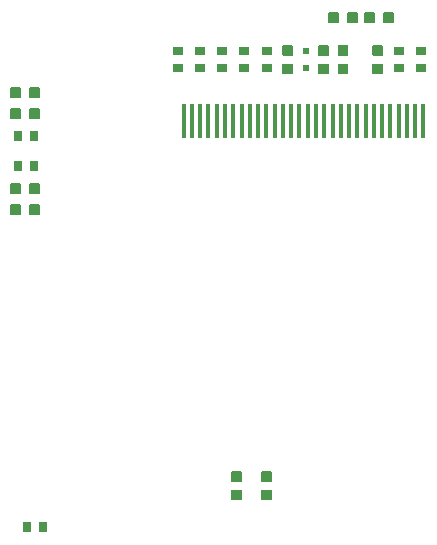
<source format=gbp>
G04*
G04 #@! TF.GenerationSoftware,Altium Limited,Altium Designer,22.11.1 (43)*
G04*
G04 Layer_Color=128*
%FSLAX44Y44*%
%MOMM*%
G71*
G04*
G04 #@! TF.SameCoordinates,30CB15ED-5B5F-4030-944F-8374E8F7CEFA*
G04*
G04*
G04 #@! TF.FilePolarity,Positive*
G04*
G01*
G75*
%ADD15R,0.8640X0.8065*%
%ADD16R,0.9000X0.8000*%
%ADD22R,0.8065X0.8640*%
%ADD24R,0.8000X0.9000*%
%ADD63R,0.3505X3.0000*%
%ADD64R,0.4826X0.6096*%
G36*
X-432050Y149250D02*
Y141250D01*
X-432550Y140750D01*
X-440550D01*
X-441050Y141250D01*
Y143530D01*
X-437350D01*
Y146830D01*
X-441050D01*
Y149250D01*
X-440550Y149750D01*
X-432550D01*
X-432050Y149250D01*
D02*
G37*
G36*
X-448050D02*
Y146830D01*
X-451850D01*
Y143530D01*
X-448050D01*
Y141250D01*
X-448550Y140750D01*
X-456450D01*
X-456950Y141250D01*
Y149250D01*
X-456450Y149750D01*
X-448550D01*
X-448050Y149250D01*
D02*
G37*
G36*
X-235530Y-76480D02*
Y-84480D01*
X-236030Y-84980D01*
X-238310D01*
Y-81280D01*
X-241610D01*
Y-84980D01*
X-244030D01*
X-244530Y-84480D01*
Y-76480D01*
X-244030Y-75980D01*
X-236030D01*
X-235530Y-76480D01*
D02*
G37*
G36*
X-260930D02*
Y-84480D01*
X-261430Y-84980D01*
X-263710D01*
Y-81280D01*
X-267010D01*
Y-84980D01*
X-269430D01*
X-269930Y-84480D01*
Y-76480D01*
X-269430Y-75980D01*
X-261430D01*
X-260930Y-76480D01*
D02*
G37*
G36*
X-235530Y-92480D02*
Y-100380D01*
X-236030Y-100880D01*
X-244030D01*
X-244530Y-100380D01*
Y-92480D01*
X-244030Y-91980D01*
X-241610D01*
Y-95780D01*
X-238310D01*
Y-91980D01*
X-236030D01*
X-235530Y-92480D01*
D02*
G37*
G36*
X-260930D02*
Y-100380D01*
X-261430Y-100880D01*
X-269430D01*
X-269930Y-100380D01*
Y-92480D01*
X-269430Y-91980D01*
X-267010D01*
Y-95780D01*
X-263710D01*
Y-91980D01*
X-261430D01*
X-260930Y-92480D01*
D02*
G37*
G36*
X-432050Y248310D02*
Y240310D01*
X-432550Y239810D01*
X-440550D01*
X-441050Y240310D01*
Y242590D01*
X-437350D01*
Y245890D01*
X-441050D01*
Y248310D01*
X-440550Y248810D01*
X-432550D01*
X-432050Y248310D01*
D02*
G37*
G36*
X-448050D02*
Y245890D01*
X-451850D01*
Y242590D01*
X-448050D01*
Y240310D01*
X-448550Y239810D01*
X-456450D01*
X-456950Y240310D01*
Y248310D01*
X-456450Y248810D01*
X-448550D01*
X-448050Y248310D01*
D02*
G37*
G36*
X-432050Y230530D02*
Y222530D01*
X-432550Y222030D01*
X-440450D01*
X-440950Y222530D01*
Y224950D01*
X-437150D01*
Y228250D01*
X-440950D01*
Y230530D01*
X-440450Y231030D01*
X-432550D01*
X-432050Y230530D01*
D02*
G37*
G36*
X-447950D02*
Y228250D01*
X-451650D01*
Y224950D01*
X-447950D01*
Y222530D01*
X-448450Y222030D01*
X-456450D01*
X-456950Y222530D01*
Y230530D01*
X-456450Y231030D01*
X-448450D01*
X-447950Y230530D01*
D02*
G37*
G36*
X-432050Y167030D02*
Y159030D01*
X-432550Y158530D01*
X-440450D01*
X-440950Y159030D01*
Y161450D01*
X-437150D01*
Y164750D01*
X-440950D01*
Y167030D01*
X-440450Y167530D01*
X-432550D01*
X-432050Y167030D01*
D02*
G37*
G36*
X-447950D02*
Y164750D01*
X-451650D01*
Y161450D01*
X-447950D01*
Y159030D01*
X-448450Y158530D01*
X-456450D01*
X-456950Y159030D01*
Y167030D01*
X-456450Y167530D01*
X-448450D01*
X-447950Y167030D01*
D02*
G37*
G36*
X-132330Y311810D02*
Y303810D01*
X-132830Y303310D01*
X-140830D01*
X-141330Y303810D01*
Y306090D01*
X-137630D01*
Y309390D01*
X-141330D01*
Y311810D01*
X-140830Y312310D01*
X-132830D01*
X-132330Y311810D01*
D02*
G37*
G36*
X-148330D02*
Y309390D01*
X-152130D01*
Y306090D01*
X-148330D01*
Y303810D01*
X-148830Y303310D01*
X-156730D01*
X-157230Y303810D01*
Y311810D01*
X-156730Y312310D01*
X-148830D01*
X-148330Y311810D01*
D02*
G37*
G36*
X-162810D02*
Y303810D01*
X-163310Y303310D01*
X-171310D01*
X-171810Y303810D01*
Y306090D01*
X-168110D01*
Y309390D01*
X-171810D01*
Y311810D01*
X-171310Y312310D01*
X-163310D01*
X-162810Y311810D01*
D02*
G37*
G36*
X-178810D02*
Y309390D01*
X-182610D01*
Y306090D01*
X-178810D01*
Y303810D01*
X-179310Y303310D01*
X-187210D01*
X-187710Y303810D01*
Y311810D01*
X-187210Y312310D01*
X-179310D01*
X-178810Y311810D01*
D02*
G37*
G36*
X-141550Y284200D02*
Y276300D01*
X-142050Y275800D01*
X-144470D01*
Y279600D01*
X-147770D01*
Y275800D01*
X-150050D01*
X-150550Y276300D01*
Y284200D01*
X-150050Y284700D01*
X-142050D01*
X-141550Y284200D01*
D02*
G37*
G36*
X-217750D02*
Y276300D01*
X-218250Y275800D01*
X-220670D01*
Y279600D01*
X-223970D01*
Y275800D01*
X-226250D01*
X-226750Y276300D01*
Y284200D01*
X-226250Y284700D01*
X-218250D01*
X-217750Y284200D01*
D02*
G37*
G36*
X-170760Y284200D02*
Y276200D01*
X-171260Y275700D01*
X-173540D01*
Y279400D01*
X-176840D01*
Y275700D01*
X-179260D01*
X-179760Y276200D01*
Y284200D01*
X-179260Y284700D01*
X-171260D01*
X-170760Y284200D01*
D02*
G37*
G36*
X-187270D02*
Y276200D01*
X-187770Y275700D01*
X-190050D01*
Y279400D01*
X-193350D01*
Y275700D01*
X-195770D01*
X-196270Y276200D01*
Y284200D01*
X-195770Y284700D01*
X-187770D01*
X-187270Y284200D01*
D02*
G37*
G36*
X-141550Y268300D02*
Y260300D01*
X-142050Y259800D01*
X-150050D01*
X-150550Y260300D01*
Y268300D01*
X-150050Y268800D01*
X-147770D01*
Y265100D01*
X-144470D01*
Y268800D01*
X-142050D01*
X-141550Y268300D01*
D02*
G37*
G36*
X-217750D02*
Y260300D01*
X-218250Y259800D01*
X-226250D01*
X-226750Y260300D01*
Y268300D01*
X-226250Y268800D01*
X-223970D01*
Y265100D01*
X-220670D01*
Y268800D01*
X-218250D01*
X-217750Y268300D01*
D02*
G37*
G36*
X-170760Y268200D02*
Y260300D01*
X-171260Y259800D01*
X-179260D01*
X-179760Y260300D01*
Y268200D01*
X-179260Y268700D01*
X-176840D01*
Y264900D01*
X-173540D01*
Y268700D01*
X-171260D01*
X-170760Y268200D01*
D02*
G37*
G36*
X-187270D02*
Y260300D01*
X-187770Y259800D01*
X-195770D01*
X-196270Y260300D01*
Y268200D01*
X-195770Y268700D01*
X-193350D01*
Y264900D01*
X-190050D01*
Y268700D01*
X-187770D01*
X-187270Y268200D01*
D02*
G37*
D15*
X-265430Y-80896D02*
D03*
Y-95964D02*
D03*
X-240030Y-80896D02*
D03*
Y-95964D02*
D03*
X-191770Y279784D02*
D03*
Y264716D02*
D03*
X-222250Y279784D02*
D03*
Y264716D02*
D03*
X-175260Y279784D02*
D03*
Y264716D02*
D03*
X-146050D02*
D03*
Y279784D02*
D03*
D16*
X-277495Y279250D02*
D03*
Y265250D02*
D03*
X-258762Y279250D02*
D03*
Y265250D02*
D03*
X-240030Y279250D02*
D03*
Y265250D02*
D03*
X-128270Y279250D02*
D03*
Y265250D02*
D03*
X-109220Y279250D02*
D03*
Y265250D02*
D03*
X-314960Y279250D02*
D03*
Y265250D02*
D03*
X-296227Y279250D02*
D03*
Y265250D02*
D03*
D22*
X-452034Y145250D02*
D03*
X-436966D02*
D03*
Y163030D02*
D03*
X-452034D02*
D03*
X-167726Y307810D02*
D03*
X-182794D02*
D03*
X-137246D02*
D03*
X-152314D02*
D03*
X-436966Y226530D02*
D03*
X-452034D02*
D03*
Y244310D02*
D03*
X-436966D02*
D03*
D24*
X-436942Y182080D02*
D03*
X-450942D02*
D03*
X-429260Y-123190D02*
D03*
X-443260D02*
D03*
X-436942Y207480D02*
D03*
X-450942D02*
D03*
D63*
X-107239Y220205D02*
D03*
X-114239D02*
D03*
X-121239Y220195D02*
D03*
X-128239Y220180D02*
D03*
X-135240D02*
D03*
X-142240D02*
D03*
X-149240D02*
D03*
X-156241D02*
D03*
X-163241D02*
D03*
X-170238D02*
D03*
X-177239D02*
D03*
X-184239D02*
D03*
X-191239D02*
D03*
X-198239D02*
D03*
X-205240D02*
D03*
X-212240D02*
D03*
X-219240D02*
D03*
X-226240D02*
D03*
X-233241D02*
D03*
X-240241D02*
D03*
X-247239D02*
D03*
X-254239D02*
D03*
X-261239D02*
D03*
X-268239D02*
D03*
X-275240D02*
D03*
X-282240D02*
D03*
X-289240D02*
D03*
X-296240D02*
D03*
X-303240D02*
D03*
X-310241Y220160D02*
D03*
D64*
X-207029Y279329D02*
D03*
X-206962Y265138D02*
D03*
M02*

</source>
